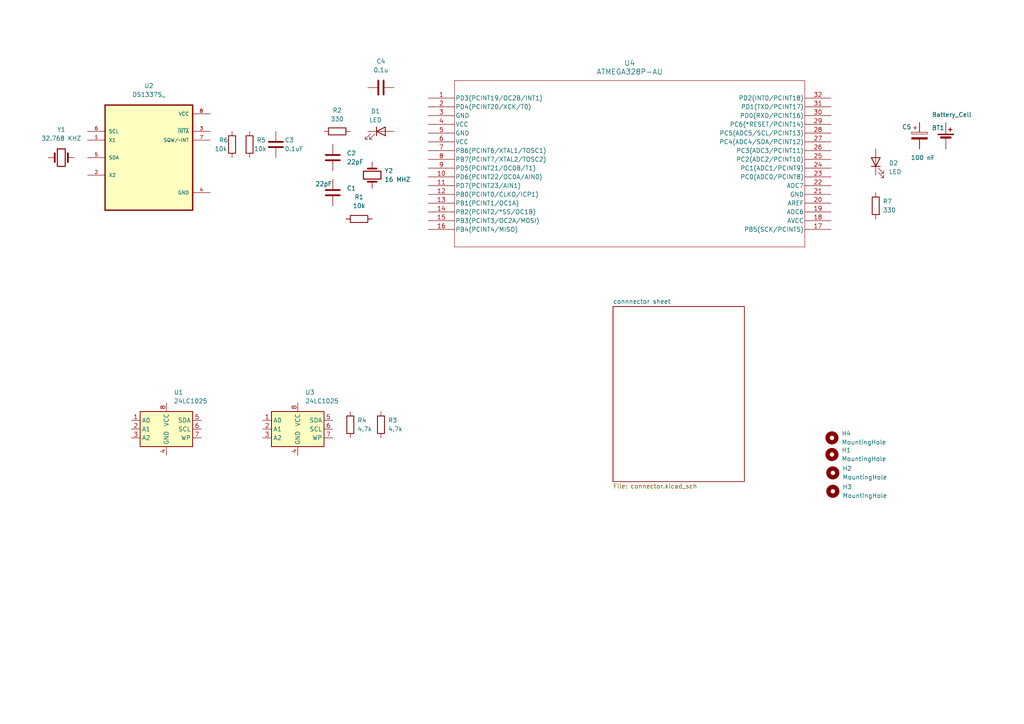
<source format=kicad_sch>
(kicad_sch (version 20250114) (generator "eeschema") (generator_version "9.0")
  (paper "A4")
  (title_block (title "${project_name}") (date "2025-06-18") (rev "1"))
  (lib_symbols
    (symbol "2025-06-19_06-22-11:ATMEGA328P-AU" (pin_names (offset 0.254))
      (property "Reference" "U" (at 58.42 10.16 0))
      (property "Value" "ATMEGA328P-AU" (at 58.42 7.62 0))
      (symbol "ATMEGA328P-AU_0_1"
        (polyline (pts (xy 7.62 5.08) (xy 7.62 -43.18)) (stroke (width 0.127)))
        (polyline (pts (xy 7.62 -43.18) (xy 109.22 -43.18)) (stroke (width 0.127)))
        (polyline (pts (xy 109.22 5.08) (xy 7.62 5.08)) (stroke (width 0.127)))
        (polyline (pts (xy 109.22 -43.18) (xy 109.22 5.08)) (stroke (width 0.127)))
        (pin bidirectional line (at 0 0 0) (length 7.62) (name "PD3(PCINT19/OC2B/INT1)") (number "1"))
        (pin bidirectional line (at 0 -2.54 0) (length 7.62) (name "PD4(PCINT20/XCK/T0)") (number "2"))
        (pin power_out line (at 0 -5.08 0) (length 7.62) (name "GND") (number "3"))
        (pin power_in line (at 0 -7.62 0) (length 7.62) (name "VCC") (number "4"))
        (pin power_out line (at 0 -10.16 0) (length 7.62) (name "GND") (number "5"))
        (pin power_in line (at 0 -12.7 0) (length 7.62) (name "VCC") (number "6"))
        (pin bidirectional line (at 0 -15.24 0) (length 7.62) (name "PB6(PCINT6/XTAL1/TOSC1)") (number "7"))
        (pin bidirectional line (at 0 -17.78 0) (length 7.62) (name "PB7(PCINT7/XTAL2/TOSC2)") (number "8"))
        (pin bidirectional line (at 0 -20.32 0) (length 7.62) (name "PD5(PCINT21/OC0B/T1)") (number "9"))
        (pin bidirectional line (at 0 -22.86 0) (length 7.62) (name "PD6(PCINT22/OC0A/AIN0)") (number "10"))
        (pin input line (at 0 -25.4 0) (length 7.62) (name "PD7(PCINT23/AIN1)") (number "11"))
        (pin bidirectional line (at 0 -27.94 0) (length 7.62) (name "PB0(PCINT0/CLKO/ICP1)") (number "12"))
        (pin bidirectional line (at 0 -30.48 0) (length 7.62) (name "PB1(PCINT1/OC1A)") (number "13"))
        (pin bidirectional line (at 0 -33.02 0) (length 7.62) (name "PB2(PCINT2/*SS/OC1B)") (number "14"))
        (pin bidirectional line (at 0 -35.56 0) (length 7.62) (name "PB3(PCINT3/OC2A/MOSI)") (number "15"))
        (pin bidirectional line (at 0 -38.1 0) (length 7.62) (name "PB4(PCINT4/MISO)") (number "16"))
        (pin bidirectional line (at 116.84 0 180) (length 7.62) (name "PD2(INT0/PCINT18)") (number "32"))
        (pin bidirectional line (at 116.84 -2.54 180) (length 7.62) (name "PD1(TXD/PCINT17)") (number "31"))
        (pin bidirectional line (at 116.84 -5.08 180) (length 7.62) (name "PD0(RXD/PCINT16)") (number "30"))
        (pin bidirectional line (at 116.84 -7.62 180) (length 7.62) (name "PC6(*RESET/PCINT14)") (number "29"))
        (pin bidirectional line (at 116.84 -10.16 180) (length 7.62) (name "PC5(ADC5/SCL/PCINT13)") (number "28"))
        (pin bidirectional line (at 116.84 -12.7 180) (length 7.62) (name "PC4(ADC4/SDA/PCINT12)") (number "27"))
        (pin bidirectional line (at 116.84 -15.24 180) (length 7.62) (name "PC3(ADC3/PCINT11)") (number "26"))
        (pin bidirectional line (at 116.84 -17.78 180) (length 7.62) (name "PC2(ADC2/PCINT10)") (number "25"))
        (pin bidirectional line (at 116.84 -20.32 180) (length 7.62) (name "PC1(ADC1/PCINT9)") (number "24"))
        (pin bidirectional line (at 116.84 -22.86 180) (length 7.62) (name "PC0(ADC0/PCINT8)") (number "23"))
        (pin unspecified line (at 116.84 -25.4 180) (length 7.62) (name "ADC7") (number "22"))
        (pin power_out line (at 116.84 -27.94 180) (length 7.62) (name "GND") (number "21"))
        (pin power_in line (at 116.84 -30.48 180) (length 7.62) (name "AREF") (number "20"))
        (pin unspecified line (at 116.84 -33.02 180) (length 7.62) (name "ADC6") (number "19"))
        (pin power_in line (at 116.84 -35.56 180) (length 7.62) (name "AVCC") (number "18"))
        (pin bidirectional line (at 116.84 -38.1 180) (length 7.62) (name "PB5(SCK/PCINT5)") (number "17"))
      )
    )
    (symbol "DS1337S_:DS1337S_" (pin_names (offset 1.016))
      (property "Reference" "U" (at -12.7 16.24 0))
      (property "Value" "DS1337S_" (at -12.7 -19.24 0))
      (symbol "DS1337S__0_0"
        (rectangle (start -12.7 -15.24) (end 12.7 15.24) (stroke (width 0.41)) (fill (type background)))
        (pin input line (at -17.78 7.62 0) (length 5.08) (name "SCL") (number "6"))
        (pin input line (at -17.78 5.08 0) (length 5.08) (name "X1") (number "1"))
        (pin bidirectional line (at -17.78 0 0) (length 5.08) (name "SDA") (number "5"))
        (pin bidirectional line (at -17.78 -5.08 0) (length 5.08) (name "X2") (number "2"))
        (pin power_in line (at 17.78 12.7 180) (length 5.08) (name "VCC") (number "8"))
        (pin output line (at 17.78 7.62 180) (length 5.08) (name "~{INTA}") (number "3"))
        (pin output line (at 17.78 5.08 180) (length 5.08) (name "SQW/~INT") (number "7"))
        (pin power_in line (at 17.78 -10.16 180) (length 5.08) (name "GND") (number "4"))
      )
    )
    (symbol "Device:Battery_Cell" (pin_numbers (hide yes)) (pin_names (offset 0) (hide yes))
      (property "Reference" "BT" (at 2.54 2.54 0))
      (property "Value" "Battery_Cell" (at 2.54 0 0))
      (symbol "Battery_Cell_0_1"
        (rectangle (start -2.286 1.778) (end 2.286 1.524) (fill (type outline)))
        (rectangle (start -1.524 1.016) (end 1.524 0.508) (fill (type outline)))
        (polyline (pts (xy 0 1.778) (xy 0 2.54)))
        (polyline (pts (xy 0 0.762) (xy 0 0)))
        (polyline (pts (xy 0.762 3.048) (xy 1.778 3.048)) (stroke (width 0.254)))
        (polyline (pts (xy 1.27 3.556) (xy 1.27 2.54)) (stroke (width 0.254)))
      )
      (symbol "Battery_Cell_1_1"
        (pin passive line (at 0 5.08 270) (length 2.54) (name "+") (number "1"))
        (pin passive line (at 0 -2.54 90) (length 2.54) (name "-") (number "2"))
      )
    )
    (symbol "Device:C" (pin_numbers (hide yes)) (pin_names (offset 0.254))
      (property "Reference" "C" (at 0.635 2.54 0))
      (property "Value" "C" (at 0.635 -2.54 0))
      (symbol "C_0_1"
        (polyline (pts (xy -2.032 0.762) (xy 2.032 0.762)) (stroke (width 0.508)))
        (polyline (pts (xy -2.032 -0.762) (xy 2.032 -0.762)) (stroke (width 0.508)))
      )
      (symbol "C_1_1"
        (pin passive line (at 0 3.81 270) (length 2.794) (name "~") (number "1"))
        (pin passive line (at 0 -3.81 90) (length 2.794) (name "~") (number "2"))
      )
    )
    (symbol "Device:C_Polarized" (pin_numbers (hide yes)) (pin_names (offset 0.254))
      (property "Reference" "C" (at 0.635 2.54 0))
      (property "Value" "C_Polarized" (at 0.635 -2.54 0))
      (symbol "C_Polarized_0_1"
        (rectangle (start -2.286 0.508) (end 2.286 1.016))
        (polyline (pts (xy -1.778 2.286) (xy -0.762 2.286)))
        (polyline (pts (xy -1.27 2.794) (xy -1.27 1.778)))
        (rectangle (start 2.286 -0.508) (end -2.286 -1.016) (fill (type outline)))
      )
      (symbol "C_Polarized_1_1"
        (pin passive line (at 0 3.81 270) (length 2.794) (name "~") (number "1"))
        (pin passive line (at 0 -3.81 90) (length 2.794) (name "~") (number "2"))
      )
    )
    (symbol "Device:Crystal" (pin_numbers (hide yes)) (pin_names (offset 1.016) (hide yes))
      (property "Reference" "Y" (at 0 3.81 0))
      (property "Value" "Crystal" (at 0 -3.81 0))
      (symbol "Crystal_0_1"
        (polyline (pts (xy -2.54 0) (xy -1.905 0)))
        (polyline (pts (xy -1.905 -1.27) (xy -1.905 1.27)) (stroke (width 0.508)))
        (rectangle (start -1.143 2.54) (end 1.143 -2.54) (stroke (width 0.3048)))
        (polyline (pts (xy 1.905 -1.27) (xy 1.905 1.27)) (stroke (width 0.508)))
        (polyline (pts (xy 2.54 0) (xy 1.905 0)))
      )
      (symbol "Crystal_1_1"
        (pin passive line (at -3.81 0 0) (length 1.27) (name "1") (number "1"))
        (pin passive line (at 3.81 0 180) (length 1.27) (name "2") (number "2"))
      )
    )
    (symbol "Device:LED" (pin_numbers (hide yes)) (pin_names (offset 1.016) (hide yes))
      (property "Reference" "D" (at 0 2.54 0))
      (property "Value" "LED" (at 0 -2.54 0))
      (symbol "LED_0_1"
        (polyline (pts (xy -3.048 -0.762) (xy -4.572 -2.286) (xy -3.81 -2.286) (xy -4.572 -2.286) (xy -4.572 -1.524)))
        (polyline (pts (xy -1.778 -0.762) (xy -3.302 -2.286) (xy -2.54 -2.286) (xy -3.302 -2.286) (xy -3.302 -1.524)))
        (polyline (pts (xy -1.27 0) (xy 1.27 0)))
        (polyline (pts (xy -1.27 -1.27) (xy -1.27 1.27)) (stroke (width 0.254)))
        (polyline (pts (xy 1.27 -1.27) (xy 1.27 1.27) (xy -1.27 0) (xy 1.27 -1.27)) (stroke (width 0.254)))
      )
      (symbol "LED_1_1"
        (pin passive line (at -3.81 0 0) (length 2.54) (name "K") (number "1"))
        (pin passive line (at 3.81 0 180) (length 2.54) (name "A") (number "2"))
      )
    )
    (symbol "Device:R" (pin_numbers (hide yes)) (pin_names (offset 0))
      (property "Reference" "R" (at 2.032 0 90))
      (property "Value" "R" (at 0 0 90))
      (symbol "R_0_1"
        (rectangle (start -1.016 -2.54) (end 1.016 2.54) (stroke (width 0.254)))
      )
      (symbol "R_1_1"
        (pin passive line (at 0 3.81 270) (length 1.27) (name "~") (number "1"))
        (pin passive line (at 0 -3.81 90) (length 1.27) (name "~") (number "2"))
      )
    )
    (symbol "Mechanical:MountingHole" (pin_names (offset 1.016)) (in_bom no)
      (property "Reference" "H" (at 0 5.08 0))
      (property "Value" "MountingHole" (at 0 3.175 0))
      (symbol "MountingHole_0_1"
        (circle (center 0 0) (radius 1.27) (stroke (width 1.27)))
      )
    )
    (symbol "Memory_EEPROM:24LC1025"
      (property "Reference" "U" (at -6.35 6.35 0))
      (property "Value" "24LC1025" (at 1.27 6.35 0))
      (symbol "24LC1025_1_1"
        (rectangle (start -7.62 5.08) (end 7.62 -5.08) (stroke (width 0.254)) (fill (type background)))
        (pin input line (at -10.16 2.54 0) (length 2.54) (name "A0") (number "1"))
        (pin input line (at -10.16 0 0) (length 2.54) (name "A1") (number "2"))
        (pin input line (at -10.16 -2.54 0) (length 2.54) (name "A2") (number "3"))
        (pin power_in line (at 0 7.62 270) (length 2.54) (name "VCC") (number "8"))
        (pin power_in line (at 0 -7.62 90) (length 2.54) (name "GND") (number "4"))
        (pin bidirectional line (at 10.16 2.54 180) (length 2.54) (name "SDA") (number "5"))
        (pin input line (at 10.16 0 180) (length 2.54) (name "SCL") (number "6"))
        (pin input line (at 10.16 -2.54 180) (length 2.54) (name "WP") (number "7"))
      )
    )
  )
  (symbol (lib_id "Device:C") (at 96.52 55.88 0) (unit 1)
    (property "Reference" "C1" (at 100.584 54.6099 0) (effects (justify left)))
    (property "Value" "22pF" (at 91.44 53.34 0) (effects (justify left)))
    (property "Footprint" "Capacitor_SMD:C_0805_2012Metric" (effects (hide yes)))
    (property "Description" "Unpolarized capacitor" (effects (hide yes)))
  )
  (symbol (lib_id "Device:Crystal") (at 17.78 45.72 0) (unit 1)
    (property "Reference" "Y1" (at 17.78 37.592 0))
    (property "Value" "32.768 KHZ" (at 17.78 40.132 0))
    (property "Footprint" "Crystal:Crystal_SMD_5032-2Pin_5.0x3.2mm_HandSoldering" (effects (hide yes)))
    (property "Description" "Two pin crystal" (effects (hide yes)))
  )
  (symbol (lib_id "Mechanical:MountingHole") (at 241.3 127 0) (unit 1) (in_bom no)
    (property "Reference" "H4" (at 244.094 125.7299 0) (effects (justify left)))
    (property "Value" "MountingHole" (at 244.094 128.2699 0) (effects (justify left)))
    (property "Footprint" "MountingHole:MountingHole_2.1mm" (effects (hide yes)))
    (property "Description" "Mounting Hole without connection" (effects (hide yes)))
  )
  (symbol (lib_id "Device:C") (at 80.01 41.91 0) (unit 1)
    (property "Reference" "C3" (at 82.55 40.64 0) (effects (justify left)))
    (property "Value" "0.1uF" (at 82.55 43.18 0) (effects (justify left)))
    (property "Footprint" "Capacitor_SMD:C_0805_2012Metric" (effects (hide yes)))
    (property "Description" "Unpolarized capacitor" (effects (hide yes)))
  )
  (symbol (lib_id "Device:LED") (at 110.49 38.1 0) (unit 1)
    (property "Reference" "D1" (at 108.9025 32.258 0))
    (property "Value" "LED" (at 108.9025 34.798 0))
    (property "Footprint" "LED_SMD:LED_0805_2012Metric" (effects (hide yes)))
    (property "Description" "Light emitting diode" (effects (hide yes)))
    (property "Sim.Pins" "1=K 2=A" (effects (hide yes)))
  )
  (symbol (lib_id "Device:LED") (at 254 46.99 90) (unit 1)
    (property "Reference" "D2" (at 257.81 47.3074 90) (effects (justify right)))
    (property "Value" "LED" (at 257.81 49.8474 90) (effects (justify right)))
    (property "Footprint" "LED_SMD:LED_0805_2012Metric" (effects (hide yes)))
    (property "Description" "Light emitting diode" (effects (hide yes)))
    (property "Sim.Pins" "1=K 2=A" (effects (hide yes)))
  )
  (symbol (lib_id "Device:C") (at 96.52 45.72 0) (unit 1)
    (property "Reference" "C2" (at 100.584 44.4499 0) (effects (justify left)))
    (property "Value" "22pF" (at 100.584 46.9899 0) (effects (justify left)))
    (property "Footprint" "Capacitor_SMD:C_0805_2012Metric" (effects (hide yes)))
    (property "Description" "Unpolarized capacitor" (effects (hide yes)))
  )
  (symbol (lib_id "Device:R") (at 67.31 41.91 0) (unit 1)
    (property "Reference" "R6" (at 63.5 40.64 0) (effects (justify left)))
    (property "Value" "10k" (at 62.23 43.18 0) (effects (justify left)))
    (property "Footprint" "Resistor_SMD:R_0805_2012Metric" (effects (hide yes)))
    (property "Description" "Resistor" (effects (hide yes)))
  )
  (symbol (lib_id "Mechanical:MountingHole") (at 241.554 142.494 0) (unit 1) (in_bom no)
    (property "Reference" "H3" (at 244.348 141.2239 0) (effects (justify left)))
    (property "Value" "MountingHole" (at 244.348 143.7639 0) (effects (justify left)))
    (property "Footprint" "MountingHole:MountingHole_2.1mm" (effects (hide yes)))
    (property "Description" "Mounting Hole without connection" (effects (hide yes)))
  )
  (symbol (lib_id "Mechanical:MountingHole") (at 241.3 131.826 0) (unit 1) (in_bom no)
    (property "Reference" "H1" (at 244.094 130.5559 0) (effects (justify left)))
    (property "Value" "MountingHole" (at 244.094 133.0959 0) (effects (justify left)))
    (property "Footprint" "MountingHole:MountingHole_2.1mm" (effects (hide yes)))
    (property "Description" "Mounting Hole without connection" (effects (hide yes)))
  )
  (symbol (lib_id "Device:C") (at 110.49 25.4 90) (unit 1)
    (property "Reference" "C4" (at 110.49 17.78 90))
    (property "Value" "0.1u" (at 110.49 20.32 90))
    (property "Footprint" "Capacitor_SMD:C_0805_2012Metric" (effects (hide yes)))
    (property "Description" "Unpolarized capacitor" (effects (hide yes)))
  )
  (symbol (lib_id "Device:C_Polarized") (at 266.7 39.37 0) (unit 1)
    (property "Reference" "C5" (at 261.62 36.83 0) (effects (justify left)))
    (property "Value" "100 nF" (at 264.16 45.72 0) (effects (justify left)))
    (property "Footprint" "Capacitor_SMD:CP_Elec_3x5.3" (effects (hide yes)))
    (property "Description" "Polarized capacitor" (effects (hide yes)))
  )
  (symbol (lib_id "Device:R") (at 101.6 123.19 0) (unit 1)
    (property "Reference" "R4" (at 103.632 121.9199 0) (effects (justify left)))
    (property "Value" "4.7k" (at 103.632 124.4599 0) (effects (justify left)))
    (property "Footprint" "Resistor_SMD:R_0805_2012Metric" (effects (hide yes)))
    (property "Description" "Resistor" (effects (hide yes)))
  )
  (symbol (lib_id "Device:R") (at 104.14 63.5 90) (unit 1)
    (property "Reference" "R1" (at 104.14 57.15 90))
    (property "Value" "10k" (at 104.14 59.69 90))
    (property "Footprint" "Resistor_SMD:R_0805_2012Metric" (effects (hide yes)))
    (property "Description" "Resistor" (effects (hide yes)))
  )
  (symbol (lib_id "Device:Battery_Cell") (at 274.32 40.64 0) (unit 1)
    (property "Reference" "BT1" (at 270.256 37.084 0) (effects (justify left)))
    (property "Value" "Battery_Cell" (at 270.256 33.274 0) (effects (justify left)))
    (property "Footprint" "Connector_PinHeader_2.54mm:PinHeader_1x02_P2.54mm_Vertical" (effects (hide yes)))
    (property "Description" "Single-cell battery" (effects (hide yes)))
  )
  (symbol (lib_id "Memory_EEPROM:24LC1025") (at 86.36 124.46 0) (unit 1)
    (property "Reference" "U3" (at 88.5033 113.792 0) (effects (justify left)))
    (property "Value" "24LC1025" (at 88.5033 116.332 0) (effects (justify left)))
    (property "Footprint" "Package_SO:SOIC-8_3.9x4.9mm_P1.27mm" (effects (hide yes)))
    (property "Datasheet" "http://ww1.microchip.com/downloads/en/DeviceDoc/21941B.pdf" (effects (hide yes)))
    (property "Description" "I2C Serial EEPROM, 1024Kb, DIP-8/SOIC-8/TSSOP-8/DFN-8" (effects (hide yes)))
  )
  (symbol (lib_id "Mechanical:MountingHole") (at 241.554 137.16 0) (unit 1) (in_bom no)
    (property "Reference" "H2" (at 244.348 135.8899 0) (effects (justify left)))
    (property "Value" "MountingHole" (at 244.348 138.4299 0) (effects (justify left)))
    (property "Footprint" "MountingHole:MountingHole_2.1mm" (effects (hide yes)))
    (property "Description" "Mounting Hole without connection" (effects (hide yes)))
  )
  (symbol (lib_id "Memory_EEPROM:24LC1025") (at 48.26 124.46 0) (unit 1)
    (property "Reference" "U1" (at 50.4033 113.792 0) (effects (justify left)))
    (property "Value" "24LC1025" (at 50.4033 116.332 0) (effects (justify left)))
    (property "Footprint" "Package_SO:SOIC-8_3.9x4.9mm_P1.27mm" (effects (hide yes)))
    (property "Datasheet" "http://ww1.microchip.com/downloads/en/DeviceDoc/21941B.pdf" (effects (hide yes)))
    (property "Description" "I2C Serial EEPROM, 1024Kb, DIP-8/SOIC-8/TSSOP-8/DFN-8" (effects (hide yes)))
  )
  (symbol (lib_id "Device:Crystal") (at 107.95 50.8 90) (unit 1)
    (property "Reference" "Y2" (at 111.506 49.5299 90) (effects (justify right)))
    (property "Value" "16 MHZ" (at 111.506 52.0699 90) (effects (justify right)))
    (property "Footprint" "Crystal:Crystal_SMD_5032-2Pin_5.0x3.2mm_HandSoldering" (effects (hide yes)))
    (property "Description" "Two pin crystal" (effects (hide yes)))
  )
  (symbol (lib_id "2025-06-19_06-22-11:ATMEGA328P-AU") (at 124.206 28.448 0) (unit 1)
    (property "Reference" "U4" (at 182.626 18.288 0) (effects (font (size 1.524 1.524))))
    (property "Value" "ATMEGA328P-AU" (at 182.626 20.828 0) (effects (font (size 1.524 1.524))))
    (property "Footprint" "footprints:TQFP32_32A_MCH" (effects (hide yes)))
    (property "Datasheet" "ATMEGA328P-AU" (effects (hide yes)))
  )
  (symbol (lib_id "Device:R") (at 72.39 41.91 0) (unit 1)
    (property "Reference" "R5" (at 74.422 40.6399 0) (effects (justify left)))
    (property "Value" "10k" (at 73.66 43.18 0) (effects (justify left)))
    (property "Footprint" "Resistor_SMD:R_0805_2012Metric" (effects (hide yes)))
    (property "Description" "Resistor" (effects (hide yes)))
  )
  (symbol (lib_id "Device:R") (at 110.49 123.19 0) (unit 1)
    (property "Reference" "R3" (at 112.522 121.9199 0) (effects (justify left)))
    (property "Value" "4.7k" (at 112.522 124.4599 0) (effects (justify left)))
    (property "Footprint" "Resistor_SMD:R_0805_2012Metric" (effects (hide yes)))
    (property "Description" "Resistor" (effects (hide yes)))
  )
  (symbol (lib_id "DS1337S_:DS1337S_") (at 43.18 45.72 0) (unit 1)
    (property "Reference" "U2" (at 43.18 24.892 0))
    (property "Value" "DS1337S_" (at 43.18 27.432 0))
    (property "Footprint" "ds1337s:SOIC127P600X175-8N" (effects (hide yes)))
  )
  (symbol (lib_id "Device:R") (at 97.79 38.1 90) (unit 1)
    (property "Reference" "R2" (at 97.79 32.004 90))
    (property "Value" "330" (at 97.79 34.544 90))
    (property "Footprint" "Resistor_SMD:R_0805_2012Metric" (effects (hide yes)))
    (property "Description" "Resistor" (effects (hide yes)))
  )
  (symbol (lib_id "Device:R") (at 254 59.69 0) (unit 1)
    (property "Reference" "R7" (at 256.032 58.4199 0) (effects (justify left)))
    (property "Value" "330" (at 256.032 60.9599 0) (effects (justify left)))
    (property "Footprint" "Resistor_SMD:R_0805_2012Metric" (effects (hide yes)))
    (property "Description" "Resistor" (effects (hide yes)))
  )
  (sheet (at 177.8 88.9) (size 38.1 50.8) (stroke (width 0.1524))
    (property "Sheetname" "connnector sheet" (at 177.8 88.1884 0) (effects (justify left bottom)))
    (property "Sheetfile" "connector.kicad_sch" (at 177.8 140.2846 0) (effects (justify left top)))
  )
)
</source>
